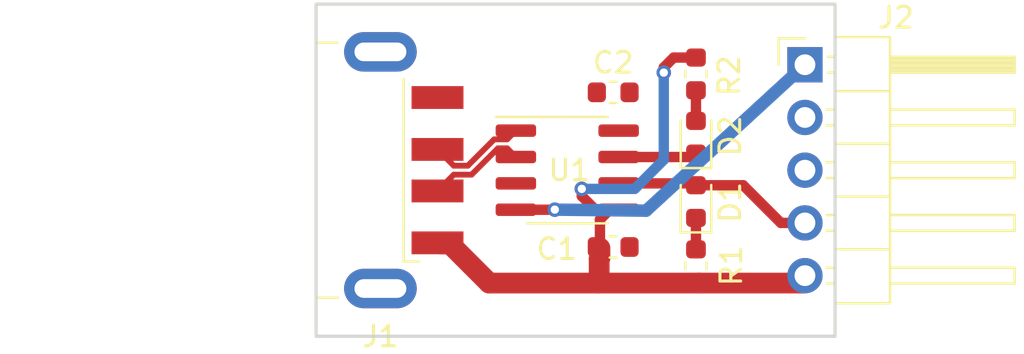
<source format=kicad_pcb>
(kicad_pcb (version 20171130) (host pcbnew "(5.1.6)-1")

  (general
    (thickness 1.6)
    (drawings 8)
    (tracks 50)
    (zones 0)
    (modules 9)
    (nets 11)
  )

  (page A4)
  (layers
    (0 F.Cu signal)
    (31 B.Cu signal)
    (32 B.Adhes user)
    (33 F.Adhes user)
    (34 B.Paste user)
    (35 F.Paste user)
    (36 B.SilkS user)
    (37 F.SilkS user)
    (38 B.Mask user)
    (39 F.Mask user)
    (40 Dwgs.User user)
    (41 Cmts.User user)
    (42 Eco1.User user)
    (43 Eco2.User user)
    (44 Edge.Cuts user)
    (45 Margin user)
    (46 B.CrtYd user)
    (47 F.CrtYd user)
    (48 B.Fab user)
    (49 F.Fab user hide)
  )

  (setup
    (last_trace_width 0.5)
    (user_trace_width 0.2)
    (user_trace_width 0.35)
    (user_trace_width 0.5)
    (user_trace_width 0.6)
    (user_trace_width 0.8)
    (user_trace_width 1)
    (user_trace_width 1.5)
    (user_trace_width 2)
    (trace_clearance 0.15)
    (zone_clearance 0.508)
    (zone_45_only no)
    (trace_min 0.15)
    (via_size 0.7)
    (via_drill 0.4)
    (via_min_size 0.4)
    (via_min_drill 0.3)
    (user_via 0.7 0.4)
    (user_via 0.8 0.5)
    (user_via 0.9 0.6)
    (user_via 1 0.7)
    (uvia_size 0.3)
    (uvia_drill 0.1)
    (uvias_allowed no)
    (uvia_min_size 0.2)
    (uvia_min_drill 0.1)
    (edge_width 0.05)
    (segment_width 0.2)
    (pcb_text_width 0.3)
    (pcb_text_size 1.5 1.5)
    (mod_edge_width 0.12)
    (mod_text_size 1 1)
    (mod_text_width 0.15)
    (pad_size 1.524 1.524)
    (pad_drill 0.762)
    (pad_to_mask_clearance 0.05)
    (solder_mask_min_width 0.1)
    (aux_axis_origin 0 0)
    (grid_origin 100 100)
    (visible_elements 7FFFFFFF)
    (pcbplotparams
      (layerselection 0x010fc_ffffffff)
      (usegerberextensions false)
      (usegerberattributes true)
      (usegerberadvancedattributes true)
      (creategerberjobfile true)
      (excludeedgelayer true)
      (linewidth 0.100000)
      (plotframeref false)
      (viasonmask false)
      (mode 1)
      (useauxorigin false)
      (hpglpennumber 1)
      (hpglpenspeed 20)
      (hpglpendiameter 15.000000)
      (psnegative false)
      (psa4output false)
      (plotreference true)
      (plotvalue true)
      (plotinvisibletext false)
      (padsonsilk false)
      (subtractmaskfromsilk false)
      (outputformat 1)
      (mirror false)
      (drillshape 1)
      (scaleselection 1)
      (outputdirectory ""))
  )

  (net 0 "")
  (net 1 GND)
  (net 2 +5V)
  (net 3 "Net-(C2-Pad1)")
  (net 4 /TXD)
  (net 5 "Net-(D2-Pad2)")
  (net 6 /RXD)
  (net 7 /D+)
  (net 8 /D-)
  (net 9 /RTS)
  (net 10 "Net-(D1-Pad1)")

  (net_class Default "This is the default net class."
    (clearance 0.15)
    (trace_width 0.25)
    (via_dia 0.7)
    (via_drill 0.4)
    (uvia_dia 0.3)
    (uvia_drill 0.1)
    (diff_pair_width 0.28)
    (diff_pair_gap 0.15)
    (add_net +5V)
    (add_net /D+)
    (add_net /D-)
    (add_net /RTS)
    (add_net /RXD)
    (add_net /TXD)
    (add_net GND)
    (add_net "Net-(C2-Pad1)")
    (add_net "Net-(D1-Pad1)")
    (add_net "Net-(D2-Pad2)")
  )

  (module Connector_PinHeader_2.54mm:PinHeader_1x05_P2.54mm_Horizontal (layer F.Cu) (tedit 59FED5CB) (tstamp 5EFD6BD1)
    (at 123.55 86.92)
    (descr "Through hole angled pin header, 1x05, 2.54mm pitch, 6mm pin length, single row")
    (tags "Through hole angled pin header THT 1x05 2.54mm single row")
    (path /5EFCC556)
    (fp_text reference J2 (at 4.385 -2.27) (layer F.SilkS)
      (effects (font (size 1 1) (thickness 0.15)))
    )
    (fp_text value Conn_01x05 (at 4.385 12.43) (layer F.Fab)
      (effects (font (size 1 1) (thickness 0.15)))
    )
    (fp_text user %R (at 2.77 5.08 90) (layer F.Fab)
      (effects (font (size 1 1) (thickness 0.15)))
    )
    (fp_line (start 2.135 -1.27) (end 4.04 -1.27) (layer F.Fab) (width 0.1))
    (fp_line (start 4.04 -1.27) (end 4.04 11.43) (layer F.Fab) (width 0.1))
    (fp_line (start 4.04 11.43) (end 1.5 11.43) (layer F.Fab) (width 0.1))
    (fp_line (start 1.5 11.43) (end 1.5 -0.635) (layer F.Fab) (width 0.1))
    (fp_line (start 1.5 -0.635) (end 2.135 -1.27) (layer F.Fab) (width 0.1))
    (fp_line (start -0.32 -0.32) (end 1.5 -0.32) (layer F.Fab) (width 0.1))
    (fp_line (start -0.32 -0.32) (end -0.32 0.32) (layer F.Fab) (width 0.1))
    (fp_line (start -0.32 0.32) (end 1.5 0.32) (layer F.Fab) (width 0.1))
    (fp_line (start 4.04 -0.32) (end 10.04 -0.32) (layer F.Fab) (width 0.1))
    (fp_line (start 10.04 -0.32) (end 10.04 0.32) (layer F.Fab) (width 0.1))
    (fp_line (start 4.04 0.32) (end 10.04 0.32) (layer F.Fab) (width 0.1))
    (fp_line (start -0.32 2.22) (end 1.5 2.22) (layer F.Fab) (width 0.1))
    (fp_line (start -0.32 2.22) (end -0.32 2.86) (layer F.Fab) (width 0.1))
    (fp_line (start -0.32 2.86) (end 1.5 2.86) (layer F.Fab) (width 0.1))
    (fp_line (start 4.04 2.22) (end 10.04 2.22) (layer F.Fab) (width 0.1))
    (fp_line (start 10.04 2.22) (end 10.04 2.86) (layer F.Fab) (width 0.1))
    (fp_line (start 4.04 2.86) (end 10.04 2.86) (layer F.Fab) (width 0.1))
    (fp_line (start -0.32 4.76) (end 1.5 4.76) (layer F.Fab) (width 0.1))
    (fp_line (start -0.32 4.76) (end -0.32 5.4) (layer F.Fab) (width 0.1))
    (fp_line (start -0.32 5.4) (end 1.5 5.4) (layer F.Fab) (width 0.1))
    (fp_line (start 4.04 4.76) (end 10.04 4.76) (layer F.Fab) (width 0.1))
    (fp_line (start 10.04 4.76) (end 10.04 5.4) (layer F.Fab) (width 0.1))
    (fp_line (start 4.04 5.4) (end 10.04 5.4) (layer F.Fab) (width 0.1))
    (fp_line (start -0.32 7.3) (end 1.5 7.3) (layer F.Fab) (width 0.1))
    (fp_line (start -0.32 7.3) (end -0.32 7.94) (layer F.Fab) (width 0.1))
    (fp_line (start -0.32 7.94) (end 1.5 7.94) (layer F.Fab) (width 0.1))
    (fp_line (start 4.04 7.3) (end 10.04 7.3) (layer F.Fab) (width 0.1))
    (fp_line (start 10.04 7.3) (end 10.04 7.94) (layer F.Fab) (width 0.1))
    (fp_line (start 4.04 7.94) (end 10.04 7.94) (layer F.Fab) (width 0.1))
    (fp_line (start -0.32 9.84) (end 1.5 9.84) (layer F.Fab) (width 0.1))
    (fp_line (start -0.32 9.84) (end -0.32 10.48) (layer F.Fab) (width 0.1))
    (fp_line (start -0.32 10.48) (end 1.5 10.48) (layer F.Fab) (width 0.1))
    (fp_line (start 4.04 9.84) (end 10.04 9.84) (layer F.Fab) (width 0.1))
    (fp_line (start 10.04 9.84) (end 10.04 10.48) (layer F.Fab) (width 0.1))
    (fp_line (start 4.04 10.48) (end 10.04 10.48) (layer F.Fab) (width 0.1))
    (fp_line (start 1.44 -1.33) (end 1.44 11.49) (layer F.SilkS) (width 0.12))
    (fp_line (start 1.44 11.49) (end 4.1 11.49) (layer F.SilkS) (width 0.12))
    (fp_line (start 4.1 11.49) (end 4.1 -1.33) (layer F.SilkS) (width 0.12))
    (fp_line (start 4.1 -1.33) (end 1.44 -1.33) (layer F.SilkS) (width 0.12))
    (fp_line (start 4.1 -0.38) (end 10.1 -0.38) (layer F.SilkS) (width 0.12))
    (fp_line (start 10.1 -0.38) (end 10.1 0.38) (layer F.SilkS) (width 0.12))
    (fp_line (start 10.1 0.38) (end 4.1 0.38) (layer F.SilkS) (width 0.12))
    (fp_line (start 4.1 -0.32) (end 10.1 -0.32) (layer F.SilkS) (width 0.12))
    (fp_line (start 4.1 -0.2) (end 10.1 -0.2) (layer F.SilkS) (width 0.12))
    (fp_line (start 4.1 -0.08) (end 10.1 -0.08) (layer F.SilkS) (width 0.12))
    (fp_line (start 4.1 0.04) (end 10.1 0.04) (layer F.SilkS) (width 0.12))
    (fp_line (start 4.1 0.16) (end 10.1 0.16) (layer F.SilkS) (width 0.12))
    (fp_line (start 4.1 0.28) (end 10.1 0.28) (layer F.SilkS) (width 0.12))
    (fp_line (start 1.11 -0.38) (end 1.44 -0.38) (layer F.SilkS) (width 0.12))
    (fp_line (start 1.11 0.38) (end 1.44 0.38) (layer F.SilkS) (width 0.12))
    (fp_line (start 1.44 1.27) (end 4.1 1.27) (layer F.SilkS) (width 0.12))
    (fp_line (start 4.1 2.16) (end 10.1 2.16) (layer F.SilkS) (width 0.12))
    (fp_line (start 10.1 2.16) (end 10.1 2.92) (layer F.SilkS) (width 0.12))
    (fp_line (start 10.1 2.92) (end 4.1 2.92) (layer F.SilkS) (width 0.12))
    (fp_line (start 1.042929 2.16) (end 1.44 2.16) (layer F.SilkS) (width 0.12))
    (fp_line (start 1.042929 2.92) (end 1.44 2.92) (layer F.SilkS) (width 0.12))
    (fp_line (start 1.44 3.81) (end 4.1 3.81) (layer F.SilkS) (width 0.12))
    (fp_line (start 4.1 4.7) (end 10.1 4.7) (layer F.SilkS) (width 0.12))
    (fp_line (start 10.1 4.7) (end 10.1 5.46) (layer F.SilkS) (width 0.12))
    (fp_line (start 10.1 5.46) (end 4.1 5.46) (layer F.SilkS) (width 0.12))
    (fp_line (start 1.042929 4.7) (end 1.44 4.7) (layer F.SilkS) (width 0.12))
    (fp_line (start 1.042929 5.46) (end 1.44 5.46) (layer F.SilkS) (width 0.12))
    (fp_line (start 1.44 6.35) (end 4.1 6.35) (layer F.SilkS) (width 0.12))
    (fp_line (start 4.1 7.24) (end 10.1 7.24) (layer F.SilkS) (width 0.12))
    (fp_line (start 10.1 7.24) (end 10.1 8) (layer F.SilkS) (width 0.12))
    (fp_line (start 10.1 8) (end 4.1 8) (layer F.SilkS) (width 0.12))
    (fp_line (start 1.042929 7.24) (end 1.44 7.24) (layer F.SilkS) (width 0.12))
    (fp_line (start 1.042929 8) (end 1.44 8) (layer F.SilkS) (width 0.12))
    (fp_line (start 1.44 8.89) (end 4.1 8.89) (layer F.SilkS) (width 0.12))
    (fp_line (start 4.1 9.78) (end 10.1 9.78) (layer F.SilkS) (width 0.12))
    (fp_line (start 10.1 9.78) (end 10.1 10.54) (layer F.SilkS) (width 0.12))
    (fp_line (start 10.1 10.54) (end 4.1 10.54) (layer F.SilkS) (width 0.12))
    (fp_line (start 1.042929 9.78) (end 1.44 9.78) (layer F.SilkS) (width 0.12))
    (fp_line (start 1.042929 10.54) (end 1.44 10.54) (layer F.SilkS) (width 0.12))
    (fp_line (start -1.27 0) (end -1.27 -1.27) (layer F.SilkS) (width 0.12))
    (fp_line (start -1.27 -1.27) (end 0 -1.27) (layer F.SilkS) (width 0.12))
    (fp_line (start -1.8 -1.8) (end -1.8 11.95) (layer F.CrtYd) (width 0.05))
    (fp_line (start -1.8 11.95) (end 10.55 11.95) (layer F.CrtYd) (width 0.05))
    (fp_line (start 10.55 11.95) (end 10.55 -1.8) (layer F.CrtYd) (width 0.05))
    (fp_line (start 10.55 -1.8) (end -1.8 -1.8) (layer F.CrtYd) (width 0.05))
    (pad 5 thru_hole oval (at 0 10.16) (size 1.7 1.7) (drill 1) (layers *.Cu *.Mask)
      (net 2 +5V))
    (pad 4 thru_hole oval (at 0 7.62) (size 1.7 1.7) (drill 1) (layers *.Cu *.Mask)
      (net 4 /TXD))
    (pad 3 thru_hole oval (at 0 5.08) (size 1.7 1.7) (drill 1) (layers *.Cu *.Mask)
      (net 6 /RXD))
    (pad 2 thru_hole oval (at 0 2.54) (size 1.7 1.7) (drill 1) (layers *.Cu *.Mask)
      (net 1 GND))
    (pad 1 thru_hole rect (at 0 0) (size 1.7 1.7) (drill 1) (layers *.Cu *.Mask)
      (net 9 /RTS))
    (model ${KISYS3DMOD}/Connector_PinHeader_2.54mm.3dshapes/PinHeader_1x05_P2.54mm_Horizontal.wrl
      (at (xyz 0 0 0))
      (scale (xyz 1 1 1))
      (rotate (xyz 0 0 0))
    )
  )

  (module Connector_USB:USB_A_CNCTech_1001-011-01101_Horizontal (layer F.Cu) (tedit 5E754393) (tstamp 5EFD6830)
    (at 96.2 92 180)
    (descr "USB type A Plug, Horizontal, http://cnctech.us/pdfs/1001-011-01101.pdf")
    (tags USB-A)
    (path /5EFCA4A8)
    (attr smd)
    (fp_text reference J1 (at -6.9 -8) (layer F.SilkS)
      (effects (font (size 1 1) (thickness 0.15)))
    )
    (fp_text value USB_A (at 0 8 180) (layer F.Fab)
      (effects (font (size 1 1) (thickness 0.15)))
    )
    (fp_text user %R (at -6 0 90) (layer F.Fab)
      (effects (font (size 1 1) (thickness 0.15)))
    )
    (fp_text user "PCB Edge" (at -4.55 -0.05 90) (layer Dwgs.User)
      (effects (font (size 0.6 0.6) (thickness 0.09)))
    )
    (fp_line (start -7.9 6.025) (end -7.9 -6.025) (layer F.Fab) (width 0.1))
    (fp_line (start -7.9 -6.025) (end 10.9 -6.025) (layer F.Fab) (width 0.1))
    (fp_line (start -7.9 6.025) (end 10.9 6.025) (layer F.Fab) (width 0.1))
    (fp_line (start 10.9 6.025) (end 10.9 -6.025) (layer F.Fab) (width 0.1))
    (fp_line (start -10.4 3.75) (end -10.4 3.25) (layer F.Fab) (width 0.1))
    (fp_line (start -10.4 3.25) (end -7.9 3.25) (layer F.Fab) (width 0.1))
    (fp_line (start -10.4 3.75) (end -7.9 3.75) (layer F.Fab) (width 0.1))
    (fp_line (start -10.4 0.75) (end -7.9 0.75) (layer F.Fab) (width 0.1))
    (fp_line (start -10.4 1.25) (end -10.4 0.75) (layer F.Fab) (width 0.1))
    (fp_line (start -10.4 1.25) (end -7.9 1.25) (layer F.Fab) (width 0.1))
    (fp_line (start -10.4 -0.75) (end -10.4 -1.25) (layer F.Fab) (width 0.1))
    (fp_line (start -10.4 -0.75) (end -7.9 -0.75) (layer F.Fab) (width 0.1))
    (fp_line (start -10.4 -1.25) (end -7.9 -1.25) (layer F.Fab) (width 0.1))
    (fp_line (start -10.4 -3.75) (end -7.9 -3.75) (layer F.Fab) (width 0.1))
    (fp_line (start -10.4 -3.25) (end -10.4 -3.75) (layer F.Fab) (width 0.1))
    (fp_line (start -10.4 -3.25) (end -7.9 -3.25) (layer F.Fab) (width 0.1))
    (fp_circle (center -6.9 -2.3) (end -6.9 -2.8) (layer F.Fab) (width 0.1))
    (fp_circle (center -6.9 2.3) (end -6.9 2.8) (layer F.Fab) (width 0.1))
    (fp_line (start -8.02 -4.4) (end -8.02 4.4) (layer F.SilkS) (width 0.12))
    (fp_line (start -3.8 6.025) (end -3.8 -6.025) (layer Dwgs.User) (width 0.1))
    (fp_line (start -4.85 -6.145) (end -3.8 -6.145) (layer F.SilkS) (width 0.12))
    (fp_line (start -4.85 6.145) (end -3.8 6.145) (layer F.SilkS) (width 0.12))
    (fp_line (start -11.4 4.55) (end -11.4 -4.55) (layer F.CrtYd) (width 0.05))
    (fp_line (start -11.4 -4.55) (end -9.15 -4.55) (layer F.CrtYd) (width 0.05))
    (fp_line (start -9.15 -7.15) (end -9.15 -4.55) (layer F.CrtYd) (width 0.05))
    (fp_line (start -9.15 -7.15) (end -4.65 -7.15) (layer F.CrtYd) (width 0.05))
    (fp_line (start -4.65 -6.52) (end -4.65 -7.15) (layer F.CrtYd) (width 0.05))
    (fp_line (start -4.65 -6.52) (end 11.4 -6.52) (layer F.CrtYd) (width 0.05))
    (fp_line (start 11.4 6.52) (end 11.4 -6.52) (layer F.CrtYd) (width 0.05))
    (fp_line (start -4.65 6.52) (end 11.4 6.52) (layer F.CrtYd) (width 0.05))
    (fp_line (start -4.65 7.15) (end -4.65 6.52) (layer F.CrtYd) (width 0.05))
    (fp_line (start -9.15 7.15) (end -4.65 7.15) (layer F.CrtYd) (width 0.05))
    (fp_line (start -9.15 4.55) (end -9.15 7.15) (layer F.CrtYd) (width 0.05))
    (fp_line (start -11.4 4.55) (end -9.15 4.55) (layer F.CrtYd) (width 0.05))
    (fp_line (start -8.02 -4.4) (end -8.775 -4.4) (layer F.SilkS) (width 0.12))
    (fp_line (start -7.75 -3.5) (end -7.25 -3) (layer F.Fab) (width 0.1))
    (fp_line (start -7.75 -3.5) (end -7.25 -4) (layer F.Fab) (width 0.1))
    (fp_line (start -7.25 -4) (end -7.25 -3.05) (layer F.Fab) (width 0.1))
    (pad "" np_thru_hole circle (at -6.9 2.3 180) (size 1.1 1.1) (drill 1.1) (layers *.Cu *.Mask))
    (pad "" np_thru_hole circle (at -6.9 -2.3 180) (size 1.1 1.1) (drill 1.1) (layers *.Cu *.Mask))
    (pad 5 thru_hole oval (at -6.9 5.7 180) (size 3.5 1.9) (drill oval 2.5 0.9) (layers *.Cu *.Mask)
      (net 1 GND))
    (pad 5 thru_hole oval (at -6.9 -5.7 180) (size 3.5 1.9) (drill oval 2.5 0.9) (layers *.Cu *.Mask)
      (net 1 GND))
    (pad 4 smd rect (at -9.65 3.5 180) (size 2.5 1.1) (layers F.Cu F.Paste F.Mask)
      (net 1 GND))
    (pad 1 smd rect (at -9.65 -3.5 180) (size 2.5 1.1) (layers F.Cu F.Paste F.Mask)
      (net 2 +5V))
    (pad 3 smd rect (at -9.65 1 180) (size 2.5 1.1) (layers F.Cu F.Paste F.Mask)
      (net 7 /D+))
    (pad 2 smd rect (at -9.65 -1 180) (size 2.5 1.1) (layers F.Cu F.Paste F.Mask)
      (net 8 /D-))
    (model ${KISYS3DMOD}/Connector_USB.3dshapes/USB_A_CNCTech_1001-011-01101_Horizontal.wrl
      (at (xyz 0 0 0))
      (scale (xyz 1 1 1))
      (rotate (xyz 0 0 0))
    )
  )

  (module Package_SO:SOIC-8_3.9x4.9mm_P1.27mm (layer F.Cu) (tedit 5D9F72B1) (tstamp 5EFD6E8E)
    (at 112.1 92)
    (descr "SOIC, 8 Pin (JEDEC MS-012AA, https://www.analog.com/media/en/package-pcb-resources/package/pkg_pdf/soic_narrow-r/r_8.pdf), generated with kicad-footprint-generator ipc_gullwing_generator.py")
    (tags "SOIC SO")
    (path /5EFCC003)
    (attr smd)
    (fp_text reference U1 (at 0.1 0) (layer F.SilkS)
      (effects (font (size 1 1) (thickness 0.15)))
    )
    (fp_text value CH330N (at 0 3.4) (layer F.Fab)
      (effects (font (size 1 1) (thickness 0.15)))
    )
    (fp_line (start 3.7 -2.7) (end -3.7 -2.7) (layer F.CrtYd) (width 0.05))
    (fp_line (start 3.7 2.7) (end 3.7 -2.7) (layer F.CrtYd) (width 0.05))
    (fp_line (start -3.7 2.7) (end 3.7 2.7) (layer F.CrtYd) (width 0.05))
    (fp_line (start -3.7 -2.7) (end -3.7 2.7) (layer F.CrtYd) (width 0.05))
    (fp_line (start -1.95 -1.475) (end -0.975 -2.45) (layer F.Fab) (width 0.1))
    (fp_line (start -1.95 2.45) (end -1.95 -1.475) (layer F.Fab) (width 0.1))
    (fp_line (start 1.95 2.45) (end -1.95 2.45) (layer F.Fab) (width 0.1))
    (fp_line (start 1.95 -2.45) (end 1.95 2.45) (layer F.Fab) (width 0.1))
    (fp_line (start -0.975 -2.45) (end 1.95 -2.45) (layer F.Fab) (width 0.1))
    (fp_line (start 0 -2.56) (end -3.45 -2.56) (layer F.SilkS) (width 0.12))
    (fp_line (start 0 -2.56) (end 1.95 -2.56) (layer F.SilkS) (width 0.12))
    (fp_line (start 0 2.56) (end -1.95 2.56) (layer F.SilkS) (width 0.12))
    (fp_line (start 0 2.56) (end 1.95 2.56) (layer F.SilkS) (width 0.12))
    (fp_text user %R (at 0 0) (layer F.Fab)
      (effects (font (size 0.98 0.98) (thickness 0.15)))
    )
    (pad 8 smd roundrect (at 2.475 -1.905) (size 1.95 0.6) (layers F.Cu F.Paste F.Mask) (roundrect_rratio 0.25)
      (net 3 "Net-(C2-Pad1)"))
    (pad 7 smd roundrect (at 2.475 -0.635) (size 1.95 0.6) (layers F.Cu F.Paste F.Mask) (roundrect_rratio 0.25)
      (net 6 /RXD))
    (pad 6 smd roundrect (at 2.475 0.635) (size 1.95 0.6) (layers F.Cu F.Paste F.Mask) (roundrect_rratio 0.25)
      (net 4 /TXD))
    (pad 5 smd roundrect (at 2.475 1.905) (size 1.95 0.6) (layers F.Cu F.Paste F.Mask) (roundrect_rratio 0.25)
      (net 2 +5V))
    (pad 4 smd roundrect (at -2.475 1.905) (size 1.95 0.6) (layers F.Cu F.Paste F.Mask) (roundrect_rratio 0.25)
      (net 9 /RTS))
    (pad 3 smd roundrect (at -2.475 0.635) (size 1.95 0.6) (layers F.Cu F.Paste F.Mask) (roundrect_rratio 0.25)
      (net 1 GND))
    (pad 2 smd roundrect (at -2.475 -0.635) (size 1.95 0.6) (layers F.Cu F.Paste F.Mask) (roundrect_rratio 0.25)
      (net 8 /D-))
    (pad 1 smd roundrect (at -2.475 -1.905) (size 1.95 0.6) (layers F.Cu F.Paste F.Mask) (roundrect_rratio 0.25)
      (net 7 /D+))
    (model ${KISYS3DMOD}/Package_SO.3dshapes/SOIC-8_3.9x4.9mm_P1.27mm.wrl
      (at (xyz 0 0 0))
      (scale (xyz 1 1 1))
      (rotate (xyz 0 0 0))
    )
  )

  (module Resistor_SMD:R_0603_1608Metric (layer F.Cu) (tedit 5B301BBD) (tstamp 5EFD80EB)
    (at 118.3 87.3625 90)
    (descr "Resistor SMD 0603 (1608 Metric), square (rectangular) end terminal, IPC_7351 nominal, (Body size source: http://www.tortai-tech.com/upload/download/2011102023233369053.pdf), generated with kicad-footprint-generator")
    (tags resistor)
    (path /5EFDED9A)
    (attr smd)
    (fp_text reference R2 (at -0.0875 1.6 90) (layer F.SilkS)
      (effects (font (size 1 1) (thickness 0.15)))
    )
    (fp_text value 4.7k (at 0 1.43 90) (layer F.Fab)
      (effects (font (size 1 1) (thickness 0.15)))
    )
    (fp_line (start -0.8 0.4) (end -0.8 -0.4) (layer F.Fab) (width 0.1))
    (fp_line (start -0.8 -0.4) (end 0.8 -0.4) (layer F.Fab) (width 0.1))
    (fp_line (start 0.8 -0.4) (end 0.8 0.4) (layer F.Fab) (width 0.1))
    (fp_line (start 0.8 0.4) (end -0.8 0.4) (layer F.Fab) (width 0.1))
    (fp_line (start -0.162779 -0.51) (end 0.162779 -0.51) (layer F.SilkS) (width 0.12))
    (fp_line (start -0.162779 0.51) (end 0.162779 0.51) (layer F.SilkS) (width 0.12))
    (fp_line (start -1.48 0.73) (end -1.48 -0.73) (layer F.CrtYd) (width 0.05))
    (fp_line (start -1.48 -0.73) (end 1.48 -0.73) (layer F.CrtYd) (width 0.05))
    (fp_line (start 1.48 -0.73) (end 1.48 0.73) (layer F.CrtYd) (width 0.05))
    (fp_line (start 1.48 0.73) (end -1.48 0.73) (layer F.CrtYd) (width 0.05))
    (fp_text user %R (at 0 0 90) (layer F.Fab)
      (effects (font (size 0.4 0.4) (thickness 0.06)))
    )
    (pad 1 smd roundrect (at -0.7875 0 90) (size 0.875 0.95) (layers F.Cu F.Paste F.Mask) (roundrect_rratio 0.25)
      (net 5 "Net-(D2-Pad2)"))
    (pad 2 smd roundrect (at 0.7875 0 90) (size 0.875 0.95) (layers F.Cu F.Paste F.Mask) (roundrect_rratio 0.25)
      (net 2 +5V))
    (model ${KISYS3DMOD}/Resistor_SMD.3dshapes/R_0603_1608Metric.wrl
      (at (xyz 0 0 0))
      (scale (xyz 1 1 1))
      (rotate (xyz 0 0 0))
    )
  )

  (module Resistor_SMD:R_0603_1608Metric (layer F.Cu) (tedit 5B301BBD) (tstamp 5EFD816C)
    (at 118.3 96.6 90)
    (descr "Resistor SMD 0603 (1608 Metric), square (rectangular) end terminal, IPC_7351 nominal, (Body size source: http://www.tortai-tech.com/upload/download/2011102023233369053.pdf), generated with kicad-footprint-generator")
    (tags resistor)
    (path /5EFCB28C)
    (attr smd)
    (fp_text reference R1 (at 0 1.7 90) (layer F.SilkS)
      (effects (font (size 1 1) (thickness 0.15)))
    )
    (fp_text value 4.7k (at 0 1.43 90) (layer F.Fab)
      (effects (font (size 1 1) (thickness 0.15)))
    )
    (fp_line (start -0.8 0.4) (end -0.8 -0.4) (layer F.Fab) (width 0.1))
    (fp_line (start -0.8 -0.4) (end 0.8 -0.4) (layer F.Fab) (width 0.1))
    (fp_line (start 0.8 -0.4) (end 0.8 0.4) (layer F.Fab) (width 0.1))
    (fp_line (start 0.8 0.4) (end -0.8 0.4) (layer F.Fab) (width 0.1))
    (fp_line (start -0.162779 -0.51) (end 0.162779 -0.51) (layer F.SilkS) (width 0.12))
    (fp_line (start -0.162779 0.51) (end 0.162779 0.51) (layer F.SilkS) (width 0.12))
    (fp_line (start -1.48 0.73) (end -1.48 -0.73) (layer F.CrtYd) (width 0.05))
    (fp_line (start -1.48 -0.73) (end 1.48 -0.73) (layer F.CrtYd) (width 0.05))
    (fp_line (start 1.48 -0.73) (end 1.48 0.73) (layer F.CrtYd) (width 0.05))
    (fp_line (start 1.48 0.73) (end -1.48 0.73) (layer F.CrtYd) (width 0.05))
    (fp_text user %R (at 0 0 90) (layer F.Fab)
      (effects (font (size 0.4 0.4) (thickness 0.06)))
    )
    (pad 1 smd roundrect (at -0.7875 0 90) (size 0.875 0.95) (layers F.Cu F.Paste F.Mask) (roundrect_rratio 0.25)
      (net 2 +5V))
    (pad 2 smd roundrect (at 0.7875 0 90) (size 0.875 0.95) (layers F.Cu F.Paste F.Mask) (roundrect_rratio 0.25)
      (net 10 "Net-(D1-Pad1)"))
    (model ${KISYS3DMOD}/Resistor_SMD.3dshapes/R_0603_1608Metric.wrl
      (at (xyz 0 0 0))
      (scale (xyz 1 1 1))
      (rotate (xyz 0 0 0))
    )
  )

  (module LED_SMD:LED_0603_1608Metric (layer F.Cu) (tedit 5B301BBE) (tstamp 5EFD71DD)
    (at 118.3 90.4125 90)
    (descr "LED SMD 0603 (1608 Metric), square (rectangular) end terminal, IPC_7351 nominal, (Body size source: http://www.tortai-tech.com/upload/download/2011102023233369053.pdf), generated with kicad-footprint-generator")
    (tags diode)
    (path /5EFDED84)
    (attr smd)
    (fp_text reference D2 (at 0.0625 1.65 90) (layer F.SilkS)
      (effects (font (size 1 1) (thickness 0.15)))
    )
    (fp_text value LED (at 0 1.43 90) (layer F.Fab)
      (effects (font (size 1 1) (thickness 0.15)))
    )
    (fp_line (start 0.8 -0.4) (end -0.5 -0.4) (layer F.Fab) (width 0.1))
    (fp_line (start -0.5 -0.4) (end -0.8 -0.1) (layer F.Fab) (width 0.1))
    (fp_line (start -0.8 -0.1) (end -0.8 0.4) (layer F.Fab) (width 0.1))
    (fp_line (start -0.8 0.4) (end 0.8 0.4) (layer F.Fab) (width 0.1))
    (fp_line (start 0.8 0.4) (end 0.8 -0.4) (layer F.Fab) (width 0.1))
    (fp_line (start 0.8 -0.735) (end -1.485 -0.735) (layer F.SilkS) (width 0.12))
    (fp_line (start -1.485 -0.735) (end -1.485 0.735) (layer F.SilkS) (width 0.12))
    (fp_line (start -1.485 0.735) (end 0.8 0.735) (layer F.SilkS) (width 0.12))
    (fp_line (start -1.48 0.73) (end -1.48 -0.73) (layer F.CrtYd) (width 0.05))
    (fp_line (start -1.48 -0.73) (end 1.48 -0.73) (layer F.CrtYd) (width 0.05))
    (fp_line (start 1.48 -0.73) (end 1.48 0.73) (layer F.CrtYd) (width 0.05))
    (fp_line (start 1.48 0.73) (end -1.48 0.73) (layer F.CrtYd) (width 0.05))
    (fp_text user %R (at 0 0 90) (layer F.Fab)
      (effects (font (size 0.4 0.4) (thickness 0.06)))
    )
    (pad 1 smd roundrect (at -0.7875 0 90) (size 0.875 0.95) (layers F.Cu F.Paste F.Mask) (roundrect_rratio 0.25)
      (net 6 /RXD))
    (pad 2 smd roundrect (at 0.7875 0 90) (size 0.875 0.95) (layers F.Cu F.Paste F.Mask) (roundrect_rratio 0.25)
      (net 5 "Net-(D2-Pad2)"))
    (model ${KISYS3DMOD}/LED_SMD.3dshapes/LED_0603_1608Metric.wrl
      (at (xyz 0 0 0))
      (scale (xyz 1 1 1))
      (rotate (xyz 0 0 0))
    )
  )

  (module LED_SMD:LED_0603_1608Metric (layer F.Cu) (tedit 5B301BBE) (tstamp 5EFCC02C)
    (at 118.3 93.5125 90)
    (descr "LED SMD 0603 (1608 Metric), square (rectangular) end terminal, IPC_7351 nominal, (Body size source: http://www.tortai-tech.com/upload/download/2011102023233369053.pdf), generated with kicad-footprint-generator")
    (tags diode)
    (path /5EFCB754)
    (attr smd)
    (fp_text reference D1 (at -0.0375 1.65 90) (layer F.SilkS)
      (effects (font (size 1 1) (thickness 0.15)))
    )
    (fp_text value LED (at 0 1.43 90) (layer F.Fab)
      (effects (font (size 1 1) (thickness 0.15)))
    )
    (fp_line (start 0.8 -0.4) (end -0.5 -0.4) (layer F.Fab) (width 0.1))
    (fp_line (start -0.5 -0.4) (end -0.8 -0.1) (layer F.Fab) (width 0.1))
    (fp_line (start -0.8 -0.1) (end -0.8 0.4) (layer F.Fab) (width 0.1))
    (fp_line (start -0.8 0.4) (end 0.8 0.4) (layer F.Fab) (width 0.1))
    (fp_line (start 0.8 0.4) (end 0.8 -0.4) (layer F.Fab) (width 0.1))
    (fp_line (start 0.8 -0.735) (end -1.485 -0.735) (layer F.SilkS) (width 0.12))
    (fp_line (start -1.485 -0.735) (end -1.485 0.735) (layer F.SilkS) (width 0.12))
    (fp_line (start -1.485 0.735) (end 0.8 0.735) (layer F.SilkS) (width 0.12))
    (fp_line (start -1.48 0.73) (end -1.48 -0.73) (layer F.CrtYd) (width 0.05))
    (fp_line (start -1.48 -0.73) (end 1.48 -0.73) (layer F.CrtYd) (width 0.05))
    (fp_line (start 1.48 -0.73) (end 1.48 0.73) (layer F.CrtYd) (width 0.05))
    (fp_line (start 1.48 0.73) (end -1.48 0.73) (layer F.CrtYd) (width 0.05))
    (fp_text user %R (at 0 0 90) (layer F.Fab)
      (effects (font (size 0.4 0.4) (thickness 0.06)))
    )
    (pad 1 smd roundrect (at -0.7875 0 90) (size 0.875 0.95) (layers F.Cu F.Paste F.Mask) (roundrect_rratio 0.25)
      (net 10 "Net-(D1-Pad1)"))
    (pad 2 smd roundrect (at 0.7875 0 90) (size 0.875 0.95) (layers F.Cu F.Paste F.Mask) (roundrect_rratio 0.25)
      (net 4 /TXD))
    (model ${KISYS3DMOD}/LED_SMD.3dshapes/LED_0603_1608Metric.wrl
      (at (xyz 0 0 0))
      (scale (xyz 1 1 1))
      (rotate (xyz 0 0 0))
    )
  )

  (module Capacitor_SMD:C_0603_1608Metric (layer F.Cu) (tedit 5B301BBE) (tstamp 5EFCC019)
    (at 114.3125 88.25)
    (descr "Capacitor SMD 0603 (1608 Metric), square (rectangular) end terminal, IPC_7351 nominal, (Body size source: http://www.tortai-tech.com/upload/download/2011102023233369053.pdf), generated with kicad-footprint-generator")
    (tags capacitor)
    (path /5EFCAF67)
    (attr smd)
    (fp_text reference C2 (at 0 -1.43) (layer F.SilkS)
      (effects (font (size 1 1) (thickness 0.15)))
    )
    (fp_text value 104 (at 0 1.43) (layer F.Fab)
      (effects (font (size 1 1) (thickness 0.15)))
    )
    (fp_line (start -0.8 0.4) (end -0.8 -0.4) (layer F.Fab) (width 0.1))
    (fp_line (start -0.8 -0.4) (end 0.8 -0.4) (layer F.Fab) (width 0.1))
    (fp_line (start 0.8 -0.4) (end 0.8 0.4) (layer F.Fab) (width 0.1))
    (fp_line (start 0.8 0.4) (end -0.8 0.4) (layer F.Fab) (width 0.1))
    (fp_line (start -0.162779 -0.51) (end 0.162779 -0.51) (layer F.SilkS) (width 0.12))
    (fp_line (start -0.162779 0.51) (end 0.162779 0.51) (layer F.SilkS) (width 0.12))
    (fp_line (start -1.48 0.73) (end -1.48 -0.73) (layer F.CrtYd) (width 0.05))
    (fp_line (start -1.48 -0.73) (end 1.48 -0.73) (layer F.CrtYd) (width 0.05))
    (fp_line (start 1.48 -0.73) (end 1.48 0.73) (layer F.CrtYd) (width 0.05))
    (fp_line (start 1.48 0.73) (end -1.48 0.73) (layer F.CrtYd) (width 0.05))
    (fp_text user %R (at 0 0) (layer F.Fab)
      (effects (font (size 0.4 0.4) (thickness 0.06)))
    )
    (pad 1 smd roundrect (at -0.7875 0) (size 0.875 0.95) (layers F.Cu F.Paste F.Mask) (roundrect_rratio 0.25)
      (net 3 "Net-(C2-Pad1)"))
    (pad 2 smd roundrect (at 0.7875 0) (size 0.875 0.95) (layers F.Cu F.Paste F.Mask) (roundrect_rratio 0.25)
      (net 1 GND))
    (model ${KISYS3DMOD}/Capacitor_SMD.3dshapes/C_0603_1608Metric.wrl
      (at (xyz 0 0 0))
      (scale (xyz 1 1 1))
      (rotate (xyz 0 0 0))
    )
  )

  (module Capacitor_SMD:C_0603_1608Metric (layer F.Cu) (tedit 5B301BBE) (tstamp 5EFCC008)
    (at 114.3125 95.7)
    (descr "Capacitor SMD 0603 (1608 Metric), square (rectangular) end terminal, IPC_7351 nominal, (Body size source: http://www.tortai-tech.com/upload/download/2011102023233369053.pdf), generated with kicad-footprint-generator")
    (tags capacitor)
    (path /5EFCABFB)
    (attr smd)
    (fp_text reference C1 (at -2.7125 0.1) (layer F.SilkS)
      (effects (font (size 1 1) (thickness 0.15)))
    )
    (fp_text value 104 (at 0 1.43) (layer F.Fab)
      (effects (font (size 1 1) (thickness 0.15)))
    )
    (fp_line (start -0.8 0.4) (end -0.8 -0.4) (layer F.Fab) (width 0.1))
    (fp_line (start -0.8 -0.4) (end 0.8 -0.4) (layer F.Fab) (width 0.1))
    (fp_line (start 0.8 -0.4) (end 0.8 0.4) (layer F.Fab) (width 0.1))
    (fp_line (start 0.8 0.4) (end -0.8 0.4) (layer F.Fab) (width 0.1))
    (fp_line (start -0.162779 -0.51) (end 0.162779 -0.51) (layer F.SilkS) (width 0.12))
    (fp_line (start -0.162779 0.51) (end 0.162779 0.51) (layer F.SilkS) (width 0.12))
    (fp_line (start -1.48 0.73) (end -1.48 -0.73) (layer F.CrtYd) (width 0.05))
    (fp_line (start -1.48 -0.73) (end 1.48 -0.73) (layer F.CrtYd) (width 0.05))
    (fp_line (start 1.48 -0.73) (end 1.48 0.73) (layer F.CrtYd) (width 0.05))
    (fp_line (start 1.48 0.73) (end -1.48 0.73) (layer F.CrtYd) (width 0.05))
    (fp_text user %R (at 0 0) (layer F.Fab)
      (effects (font (size 0.4 0.4) (thickness 0.06)))
    )
    (pad 1 smd roundrect (at -0.7875 0) (size 0.875 0.95) (layers F.Cu F.Paste F.Mask) (roundrect_rratio 0.25)
      (net 2 +5V))
    (pad 2 smd roundrect (at 0.7875 0) (size 0.875 0.95) (layers F.Cu F.Paste F.Mask) (roundrect_rratio 0.25)
      (net 1 GND))
    (model ${KISYS3DMOD}/Capacitor_SMD.3dshapes/C_0603_1608Metric.wrl
      (at (xyz 0 0 0))
      (scale (xyz 1 1 1))
      (rotate (xyz 0 0 0))
    )
  )

  (gr_line (start 100.3 84.3) (end 100.3 99.7) (layer Margin) (width 0.15))
  (gr_line (start 124.7 84.3) (end 100.3 84.3) (layer Margin) (width 0.15))
  (gr_line (start 124.7 99.7) (end 124.7 84.3) (layer Margin) (width 0.15))
  (gr_line (start 100.4 99.7) (end 124.7 99.7) (layer Margin) (width 0.15))
  (gr_line (start 125 84) (end 100 84) (layer Edge.Cuts) (width 0.15))
  (gr_line (start 100 84) (end 100 100) (layer Edge.Cuts) (width 0.15) (tstamp 5EFCC26C))
  (gr_line (start 125 100) (end 125 84) (layer Edge.Cuts) (width 0.15))
  (gr_line (start 100 100) (end 125 100) (layer Edge.Cuts) (width 0.15))

  (segment (start 115.1 95.7) (end 115.25 95.7) (width 0.5) (layer F.Cu) (net 1))
  (segment (start 106 95.55) (end 106.45 95.55) (width 1) (layer F.Cu) (net 2) (status 40000))
  (segment (start 106.45 95.55) (end 108.3375 97.4375) (width 1) (layer F.Cu) (net 2) (status 40000))
  (segment (start 123.3925 97.4375) (end 123.7 97.13) (width 1) (layer F.Cu) (net 2) (status 40000))
  (segment (start 118.45 97.4375) (end 123.3925 97.4375) (width 1) (layer F.Cu) (net 2) (status 40000))
  (segment (start 113.6375 97.4375) (end 113.6375 96.2625) (width 1) (layer F.Cu) (net 2) (status 40000))
  (segment (start 113.6375 97.4375) (end 118.45 97.4375) (width 1) (layer F.Cu) (net 2) (status 40000))
  (segment (start 108.3375 97.4375) (end 113.6375 97.4375) (width 1) (layer F.Cu) (net 2) (status 40000))
  (segment (start 113.675 96.225) (end 113.675 95.75) (width 1) (layer F.Cu) (net 2) (status 40000))
  (segment (start 113.6375 96.2625) (end 113.675 96.225) (width 1) (layer F.Cu) (net 2) (status 40000))
  (segment (start 113.675 94.375) (end 113.675 95.75) (width 0.5) (layer F.Cu) (net 2) (status 40000))
  (segment (start 114.095 93.955) (end 113.675 94.375) (width 0.5) (layer F.Cu) (net 2) (status 40000))
  (segment (start 114.725 93.955) (end 114.095 93.955) (width 0.5) (layer F.Cu) (net 2) (status 40000))
  (segment (start 118.425 86.6) (end 118.45 86.625) (width 0.5) (layer F.Cu) (net 2) (status 40000))
  (segment (start 114.575 93.905) (end 113.455 93.905) (width 0.5) (layer F.Cu) (net 2))
  (via (at 112.8 92.9) (size 0.7) (drill 0.4) (layers F.Cu B.Cu) (net 2))
  (segment (start 113.455 93.905) (end 112.8 93.25) (width 0.5) (layer F.Cu) (net 2))
  (segment (start 112.8 93.25) (end 112.8 92.9) (width 0.5) (layer F.Cu) (net 2))
  (segment (start 116.75 91.5) (end 116.75 87.3) (width 0.5) (layer B.Cu) (net 2))
  (segment (start 112.8 92.9) (end 115.35 92.9) (width 0.5) (layer B.Cu) (net 2))
  (segment (start 115.35 92.9) (end 116.75 91.5) (width 0.5) (layer B.Cu) (net 2))
  (segment (start 118.3 86.575) (end 117.225 86.575) (width 0.5) (layer F.Cu) (net 2))
  (via (at 116.75 87.3) (size 0.7) (drill 0.4) (layers F.Cu B.Cu) (net 2))
  (segment (start 117.225 86.575) (end 116.75 87.05) (width 0.5) (layer F.Cu) (net 2))
  (segment (start 116.75 87.05) (end 116.75 87.3) (width 0.5) (layer F.Cu) (net 2))
  (segment (start 118.21 92.635) (end 118.3 92.725) (width 0.5) (layer F.Cu) (net 4))
  (segment (start 114.575 92.635) (end 118.21 92.635) (width 0.5) (layer F.Cu) (net 4))
  (segment (start 118.3 92.725) (end 120.575 92.725) (width 0.5) (layer F.Cu) (net 4))
  (segment (start 122.39 94.54) (end 123.55 94.54) (width 0.5) (layer F.Cu) (net 4))
  (segment (start 120.575 92.725) (end 122.39 94.54) (width 0.5) (layer F.Cu) (net 4))
  (segment (start 118.3 89.625) (end 118.3 88.15) (width 0.5) (layer F.Cu) (net 5))
  (segment (start 114.74 91.2) (end 114.575 91.365) (width 0.25) (layer F.Cu) (net 6))
  (segment (start 118.135 91.365) (end 118.3 91.2) (width 0.5) (layer F.Cu) (net 6))
  (segment (start 114.575 91.365) (end 118.135 91.365) (width 0.5) (layer F.Cu) (net 6))
  (segment (start 106.634 91.784) (end 105.85 91) (width 0.28) (layer F.Cu) (net 7))
  (segment (start 107.310528 91.784) (end 106.634 91.784) (width 0.28) (layer F.Cu) (net 7))
  (segment (start 108.580528 90.514) (end 107.310528 91.784) (width 0.28) (layer F.Cu) (net 7))
  (segment (start 109.206 90.514) (end 108.580528 90.514) (width 0.28) (layer F.Cu) (net 7))
  (segment (start 109.625 90.095) (end 109.206 90.514) (width 0.28) (layer F.Cu) (net 7))
  (segment (start 106.634 92.216) (end 105.85 93) (width 0.28) (layer F.Cu) (net 8))
  (segment (start 107.489472 92.216) (end 106.634 92.216) (width 0.28) (layer F.Cu) (net 8))
  (segment (start 109.625 91.365) (end 109.206 90.946) (width 0.28) (layer F.Cu) (net 8))
  (segment (start 108.759472 90.946) (end 107.489472 92.216) (width 0.28) (layer F.Cu) (net 8))
  (segment (start 109.206 90.946) (end 108.759472 90.946) (width 0.28) (layer F.Cu) (net 8))
  (via (at 111.5 93.9) (size 0.7) (drill 0.4) (layers F.Cu B.Cu) (net 9))
  (segment (start 109.625 93.905) (end 111.495 93.905) (width 0.5) (layer F.Cu) (net 9))
  (segment (start 111.495 93.905) (end 111.5 93.9) (width 0.5) (layer F.Cu) (net 9))
  (segment (start 115.9 93.95) (end 123.55 86.92) (width 0.6) (layer B.Cu) (net 9))
  (segment (start 111.5 93.9) (end 115.9 93.95) (width 0.6) (layer B.Cu) (net 9))
  (segment (start 118.3 95.8125) (end 118.3 94.3) (width 0.5) (layer F.Cu) (net 10))

)

</source>
